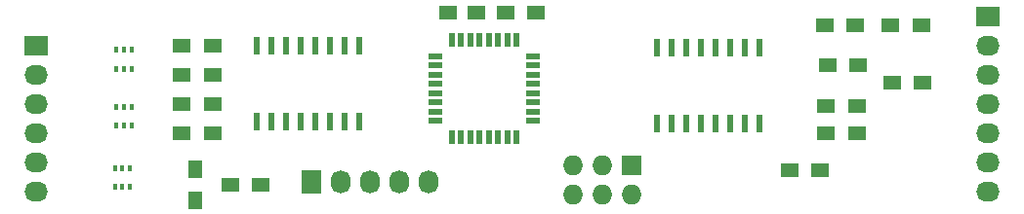
<source format=gts>
G04 #@! TF.FileFunction,Soldermask,Top*
%FSLAX46Y46*%
G04 Gerber Fmt 4.6, Leading zero omitted, Abs format (unit mm)*
G04 Created by KiCad (PCBNEW no-vcs-found-product) date Fri 24 Jul 2015 19:01:22 CEST*
%MOMM*%
G01*
G04 APERTURE LIST*
%ADD10C,0.100000*%
%ADD11R,1.500000X1.250000*%
%ADD12R,2.032000X1.727200*%
%ADD13O,2.032000X1.727200*%
%ADD14R,0.300000X0.525000*%
%ADD15R,1.500000X1.300000*%
%ADD16R,1.300000X1.500000*%
%ADD17R,0.600000X1.600000*%
%ADD18R,0.600000X1.500000*%
%ADD19R,1.727200X1.727200*%
%ADD20O,1.727200X1.727200*%
%ADD21R,1.727200X2.032000*%
%ADD22O,1.727200X2.032000*%
%ADD23R,0.600000X1.200000*%
%ADD24R,1.200000X0.600000*%
G04 APERTURE END LIST*
D10*
D11*
X157587000Y-80899000D03*
X155087000Y-80899000D03*
D12*
X119380000Y-83820000D03*
D13*
X119380000Y-86360000D03*
X119380000Y-88900000D03*
X119380000Y-91440000D03*
X119380000Y-93980000D03*
X119380000Y-96520000D03*
D12*
X201930000Y-81280000D03*
D13*
X201930000Y-83820000D03*
X201930000Y-86360000D03*
X201930000Y-88900000D03*
X201930000Y-91440000D03*
X201930000Y-93980000D03*
X201930000Y-96520000D03*
D14*
X127000000Y-84125500D03*
X127000000Y-85800500D03*
X127650000Y-85800500D03*
X126350000Y-85800500D03*
X126350000Y-84125500D03*
X127650000Y-84125500D03*
X127000000Y-89078500D03*
X127000000Y-90753500D03*
X127650000Y-90753500D03*
X126350000Y-90753500D03*
X126350000Y-89078500D03*
X127650000Y-89078500D03*
X126873000Y-94412500D03*
X126873000Y-96087500D03*
X127523000Y-96087500D03*
X126223000Y-96087500D03*
X126223000Y-94412500D03*
X127523000Y-94412500D03*
D15*
X160067000Y-80899000D03*
X162767000Y-80899000D03*
X132000000Y-83820000D03*
X134700000Y-83820000D03*
X132000000Y-86360000D03*
X134700000Y-86360000D03*
X132000000Y-88900000D03*
X134700000Y-88900000D03*
X132000000Y-91440000D03*
X134700000Y-91440000D03*
X136191000Y-95885000D03*
X138891000Y-95885000D03*
D16*
X133223000Y-97235000D03*
X133223000Y-94535000D03*
D15*
X190707000Y-85471000D03*
X188007000Y-85471000D03*
X196295000Y-86995000D03*
X193595000Y-86995000D03*
X190580000Y-89027000D03*
X187880000Y-89027000D03*
X190580000Y-91440000D03*
X187880000Y-91440000D03*
X187405000Y-94615000D03*
X184705000Y-94615000D03*
X190453000Y-82042000D03*
X187753000Y-82042000D03*
X196168000Y-82042000D03*
X193468000Y-82042000D03*
D17*
X147447000Y-83822000D03*
X146177000Y-83822000D03*
X144907000Y-83822000D03*
X143637000Y-83822000D03*
X142367000Y-83820000D03*
D18*
X141097000Y-83822000D03*
D17*
X139827000Y-83822000D03*
X138557000Y-83822000D03*
X138557000Y-90422000D03*
X139827000Y-90422000D03*
X141097000Y-90422000D03*
X142367000Y-90422000D03*
X143637000Y-90422000D03*
X144907000Y-90422000D03*
X146177000Y-90422000D03*
X147447000Y-90422000D03*
X173228000Y-90549000D03*
X174498000Y-90549000D03*
X175768000Y-90549000D03*
X177038000Y-90549000D03*
X178308000Y-90551000D03*
D18*
X179578000Y-90549000D03*
D17*
X180848000Y-90549000D03*
X182118000Y-90549000D03*
X182118000Y-83949000D03*
X180848000Y-83949000D03*
X179578000Y-83949000D03*
X178308000Y-83949000D03*
X177038000Y-83949000D03*
X175768000Y-83949000D03*
X174498000Y-83949000D03*
X173228000Y-83949000D03*
D19*
X171069000Y-94234000D03*
D20*
X171069000Y-96774000D03*
X168529000Y-94234000D03*
X168529000Y-96774000D03*
X165989000Y-94234000D03*
X165989000Y-96774000D03*
D21*
X143256000Y-95631000D03*
D22*
X145796000Y-95631000D03*
X148336000Y-95631000D03*
X150876000Y-95631000D03*
X153416000Y-95631000D03*
D23*
X161042000Y-83253000D03*
X160242000Y-83253000D03*
X159442000Y-83253000D03*
X158642000Y-83253000D03*
X157842000Y-83253000D03*
X157042000Y-83253000D03*
X156242000Y-83253000D03*
X155442000Y-83253000D03*
D24*
X153992000Y-84703000D03*
X153992000Y-85503000D03*
X153992000Y-86303000D03*
X153992000Y-87103000D03*
X153992000Y-87903000D03*
X153992000Y-88703000D03*
X153992000Y-89503000D03*
X153992000Y-90303000D03*
D23*
X155442000Y-91753000D03*
X156242000Y-91753000D03*
X157042000Y-91753000D03*
X157842000Y-91753000D03*
X158642000Y-91753000D03*
X159442000Y-91753000D03*
X160242000Y-91753000D03*
X161042000Y-91753000D03*
D24*
X162492000Y-90303000D03*
X162492000Y-89503000D03*
X162492000Y-88703000D03*
X162492000Y-87903000D03*
X162492000Y-87103000D03*
X162492000Y-86303000D03*
X162492000Y-85503000D03*
X162492000Y-84703000D03*
M02*

</source>
